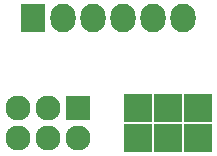
<source format=gbs>
%TF.GenerationSoftware,KiCad,Pcbnew,4.0.1-2.fc23-product*%
%TF.CreationDate,2016-03-10T00:19:46+01:00*%
%TF.ProjectId,getting_used_to,67657474696E675F757365645F746F2E,rev?*%
%TF.FileFunction,Soldermask,Bot*%
%FSLAX46Y46*%
G04 Gerber Fmt 4.6, Leading zero omitted, Abs format (unit mm)*
G04 Created by KiCad (PCBNEW 4.0.1-2.fc23-product) date Thu 10 Mar 2016 12:19:46 AM CET*
%MOMM*%
G01*
G04 APERTURE LIST*
%ADD10C,0.100000*%
%ADD11R,2.127200X2.127200*%
%ADD12O,2.127200X2.127200*%
%ADD13R,2.127200X2.432000*%
%ADD14O,2.127200X2.432000*%
%ADD15R,2.400000X2.400000*%
G04 APERTURE END LIST*
D10*
D11*
X6985000Y24130000D03*
D12*
X6985000Y21590000D03*
X4445000Y24130000D03*
X4445000Y21590000D03*
X1905000Y24130000D03*
X1905000Y21590000D03*
D13*
X3175000Y31750000D03*
D14*
X5715000Y31750000D03*
X8255000Y31750000D03*
X10795000Y31750000D03*
X13335000Y31750000D03*
X15875000Y31750000D03*
D15*
X17145000Y24130000D03*
X17145000Y21590000D03*
X14605000Y24130000D03*
X14605000Y21590000D03*
X12065000Y24130000D03*
X12065000Y21590000D03*
M02*

</source>
